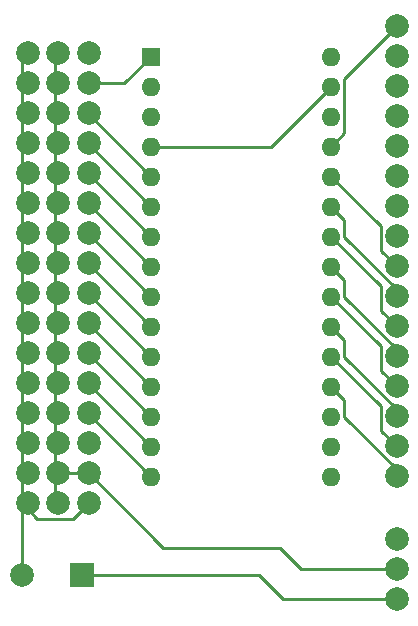
<source format=gbr>
%TF.GenerationSoftware,KiCad,Pcbnew,9.0.6*%
%TF.CreationDate,2025-12-02T10:32:04+01:00*%
%TF.ProjectId,NANO_Shield,4e414e4f-5f53-4686-9965-6c642e6b6963,rev?*%
%TF.SameCoordinates,Original*%
%TF.FileFunction,Copper,L1,Top*%
%TF.FilePolarity,Positive*%
%FSLAX46Y46*%
G04 Gerber Fmt 4.6, Leading zero omitted, Abs format (unit mm)*
G04 Created by KiCad (PCBNEW 9.0.6) date 2025-12-02 10:32:04*
%MOMM*%
%LPD*%
G01*
G04 APERTURE LIST*
%TA.AperFunction,ComponentPad*%
%ADD10R,1.600000X1.600000*%
%TD*%
%TA.AperFunction,ComponentPad*%
%ADD11O,1.600000X1.600000*%
%TD*%
%TA.AperFunction,ComponentPad*%
%ADD12C,2.000000*%
%TD*%
%TA.AperFunction,ComponentPad*%
%ADD13R,2.000000X2.000000*%
%TD*%
%TA.AperFunction,Conductor*%
%ADD14C,0.250000*%
%TD*%
G04 APERTURE END LIST*
D10*
%TO.P,A1,1*%
%TO.N,Net-(A1-Pad1)*%
X121951001Y-312695001D03*
D11*
%TO.P,A1,17*%
%TO.N,Net-(A1-Pad17)*%
X137191001Y-345715001D03*
%TO.P,A1,2*%
%TO.N,Net-(A1-Pad2)*%
X121951001Y-315235001D03*
%TO.P,A1,18*%
%TO.N,Net-(A1-Pad18)*%
X137191001Y-343175001D03*
%TO.P,A1,3*%
%TO.N,Net-(A1-Pad28)*%
X121951001Y-317775001D03*
%TO.P,A1,19*%
%TO.N,Net-(A1-Pad19)*%
X137191001Y-340635001D03*
%TO.P,A1,4*%
%TO.N,Net-(A1-Pad29)*%
X121951001Y-320315001D03*
%TO.P,A1,20*%
%TO.N,Net-(A1-Pad20)*%
X137191001Y-338095001D03*
%TO.P,A1,5*%
%TO.N,Net-(A1-Pad5)*%
X121951001Y-322855001D03*
%TO.P,A1,21*%
%TO.N,Net-(A1-Pad21)*%
X137191001Y-335555001D03*
%TO.P,A1,6*%
%TO.N,Net-(A1-Pad6)*%
X121951001Y-325395001D03*
%TO.P,A1,22*%
%TO.N,Net-(A1-Pad22)*%
X137191001Y-333015001D03*
%TO.P,A1,7*%
%TO.N,Net-(A1-Pad7)*%
X121951001Y-327935001D03*
%TO.P,A1,23*%
%TO.N,Net-(A1-Pad23)*%
X137191001Y-330475001D03*
%TO.P,A1,8*%
%TO.N,Net-(A1-Pad8)*%
X121951001Y-330475001D03*
%TO.P,A1,24*%
%TO.N,Net-(A1-Pad24)*%
X137191001Y-327935001D03*
%TO.P,A1,9*%
%TO.N,Net-(A1-Pad9)*%
X121951001Y-333015001D03*
%TO.P,A1,25*%
%TO.N,Net-(A1-Pad25)*%
X137191001Y-325395001D03*
%TO.P,A1,10*%
%TO.N,Net-(A1-Pad10)*%
X121951001Y-335555001D03*
%TO.P,A1,26*%
%TO.N,Net-(A1-Pad26)*%
X137191001Y-322855001D03*
%TO.P,A1,11*%
%TO.N,Net-(A1-Pad11)*%
X121951001Y-338095001D03*
%TO.P,A1,27*%
%TO.N,Net-(A1-Pad27)*%
X137191001Y-320315001D03*
%TO.P,A1,12*%
%TO.N,Net-(A1-Pad12)*%
X121951001Y-340635001D03*
%TO.P,A1,28*%
%TO.N,Net-(A1-Pad28)*%
X137191001Y-317775001D03*
%TO.P,A1,13*%
%TO.N,Net-(A1-Pad13)*%
X121951001Y-343175001D03*
%TO.P,A1,29*%
%TO.N,Net-(A1-Pad29)*%
X137191001Y-315235001D03*
%TO.P,A1,14*%
%TO.N,Net-(A1-Pad14)*%
X121951001Y-345715001D03*
%TO.P,A1,30*%
%TO.N,Net-(A1-Pad30)*%
X137191001Y-312695001D03*
%TO.P,A1,15*%
%TO.N,Net-(A1-Pad15)*%
X121951001Y-348255001D03*
%TO.P,A1,16*%
%TO.N,Net-(A1-Pad16)*%
X137191001Y-348255001D03*
%TD*%
D12*
%TO.P,J1,1*%
%TO.N,Net-(A1-Pad29)*%
X111506000Y-350520000D03*
%TO.P,J1,2*%
X111506000Y-347980000D03*
%TO.P,J1,3*%
X111506000Y-345440000D03*
%TO.P,J1,4*%
X111506000Y-342900000D03*
%TO.P,J1,5*%
X111506000Y-340360000D03*
%TO.P,J1,6*%
X111506000Y-337820000D03*
%TO.P,J1,7*%
X111506000Y-335280000D03*
%TO.P,J1,8*%
X111506000Y-332740000D03*
%TO.P,J1,9*%
X111506000Y-330200000D03*
%TO.P,J1,10*%
X111506000Y-327660000D03*
%TO.P,J1,11*%
X111506000Y-325120000D03*
%TO.P,J1,12*%
X111506000Y-322580000D03*
%TO.P,J1,13*%
X111506000Y-320040000D03*
%TO.P,J1,14*%
X111506000Y-317500000D03*
%TO.P,J1,15*%
X111506000Y-314960000D03*
%TO.P,J1,16*%
X111506000Y-312420000D03*
%TD*%
%TO.P,J2,16*%
%TO.N,Net-(A1-Pad27)*%
X114046000Y-350520000D03*
%TO.P,J2,15*%
X114046000Y-347980000D03*
%TO.P,J2,14*%
X114046000Y-345440000D03*
%TO.P,J2,13*%
X114046000Y-342900000D03*
%TO.P,J2,12*%
X114046000Y-340360000D03*
%TO.P,J2,11*%
X114046000Y-337820000D03*
%TO.P,J2,10*%
X114046000Y-335280000D03*
%TO.P,J2,9*%
X114046000Y-332740000D03*
%TO.P,J2,8*%
X114046000Y-330200000D03*
%TO.P,J2,7*%
X114046000Y-327660000D03*
%TO.P,J2,6*%
X114046000Y-325120000D03*
%TO.P,J2,5*%
X114046000Y-322580000D03*
%TO.P,J2,4*%
X114046000Y-320040000D03*
%TO.P,J2,3*%
X114046000Y-317500000D03*
%TO.P,J2,2*%
X114046000Y-314960000D03*
%TO.P,J2,1*%
X114046000Y-312420000D03*
%TD*%
%TO.P,J3,16*%
%TO.N,Net-(A1-Pad29)*%
X116650000Y-350530000D03*
%TO.P,J3,15*%
%TO.N,Net-(A1-Pad27)*%
X116650000Y-347990000D03*
%TO.P,J3,14*%
%TO.N,Net-(A1-Pad16)*%
X116650000Y-345450000D03*
%TO.P,J3,13*%
%TO.N,Net-(A1-Pad15)*%
X116650000Y-342910000D03*
%TO.P,J3,12*%
%TO.N,Net-(A1-Pad14)*%
X116650000Y-340370000D03*
%TO.P,J3,11*%
%TO.N,Net-(A1-Pad13)*%
X116650000Y-337830000D03*
%TO.P,J3,10*%
%TO.N,Net-(A1-Pad12)*%
X116650000Y-335290000D03*
%TO.P,J3,9*%
%TO.N,Net-(A1-Pad11)*%
X116650000Y-332750000D03*
%TO.P,J3,8*%
%TO.N,Net-(A1-Pad10)*%
X116650000Y-330210000D03*
%TO.P,J3,7*%
%TO.N,Net-(A1-Pad9)*%
X116650000Y-327670000D03*
%TO.P,J3,6*%
%TO.N,Net-(A1-Pad8)*%
X116650000Y-325130000D03*
%TO.P,J3,5*%
%TO.N,Net-(A1-Pad7)*%
X116650000Y-322590000D03*
%TO.P,J3,4*%
%TO.N,Net-(A1-Pad6)*%
X116650000Y-320050000D03*
%TO.P,J3,3*%
%TO.N,Net-(A1-Pad5)*%
X116650000Y-317510000D03*
%TO.P,J3,2*%
%TO.N,Net-(A1-Pad1)*%
X116650000Y-314970000D03*
%TO.P,J3,1*%
%TO.N,Net-(A1-Pad2)*%
X116650000Y-312430000D03*
%TD*%
%TO.P,J4,1*%
%TO.N,Net-(A1-Pad19)*%
X142748000Y-348234000D03*
%TO.P,J4,2*%
%TO.N,Net-(A1-Pad20)*%
X142748000Y-345694000D03*
%TO.P,J4,3*%
%TO.N,Net-(A1-Pad21)*%
X142748000Y-343154000D03*
%TO.P,J4,4*%
%TO.N,Net-(A1-Pad22)*%
X142748000Y-340614000D03*
%TO.P,J4,5*%
%TO.N,Net-(A1-Pad23)*%
X142748000Y-338074000D03*
%TO.P,J4,6*%
%TO.N,Net-(A1-Pad24)*%
X142748000Y-335534000D03*
%TO.P,J4,7*%
%TO.N,Net-(A1-Pad25)*%
X142748000Y-332994000D03*
%TO.P,J4,8*%
%TO.N,Net-(A1-Pad26)*%
X142748000Y-330454000D03*
%TO.P,J4,9*%
%TO.N,Net-(A1-Pad18)*%
X142748000Y-327914000D03*
%TO.P,J4,10*%
%TO.N,Net-(A1-Pad28)*%
X142748000Y-325374000D03*
%TO.P,J4,11*%
%TO.N,Net-(J4-Pad11)*%
X142748000Y-322834000D03*
%TO.P,J4,12*%
%TO.N,Net-(J4-Pad12)*%
X142748000Y-320294000D03*
%TO.P,J4,13*%
%TO.N,Net-(J4-Pad13)*%
X142748000Y-317754000D03*
%TO.P,J4,14*%
%TO.N,Net-(A1-Pad30)*%
X142748000Y-315214000D03*
%TO.P,J4,15*%
%TO.N,Net-(A1-Pad17)*%
X142748000Y-312674000D03*
%TO.P,J4,16*%
%TO.N,Net-(A1-Pad27)*%
X142748000Y-310134000D03*
%TD*%
%TO.P,S1,1*%
%TO.N,Net-(S1-Pad1)*%
X142748000Y-358648000D03*
%TO.P,S1,2*%
%TO.N,Net-(A1-Pad27)*%
X142748000Y-356108000D03*
%TO.P,S1,3*%
%TO.N,Net-(S1-Pad3)*%
X142748000Y-353568000D03*
%TD*%
%TO.P,GND,1*%
%TO.N,Net-(A1-Pad29)*%
X110998000Y-356616000D03*
D13*
%TO.P,GND,2*%
%TO.N,Net-(S1-Pad1)*%
X116078000Y-356616000D03*
%TD*%
D14*
%TO.N,Net-(A1-Pad1)*%
X119676002Y-314970000D02*
X121951001Y-312695001D01*
X116650000Y-314970000D02*
X119676002Y-314970000D01*
%TO.N,Net-(A1-Pad19)*%
X138316002Y-341760002D02*
X137191001Y-340635001D01*
X138316002Y-343223004D02*
X138316002Y-341760002D01*
X142748000Y-347655002D02*
X138316002Y-343223004D01*
X142748000Y-348234000D02*
X142748000Y-347655002D01*
%TO.N,Net-(A1-Pad29)*%
X110998000Y-356616000D02*
X110998000Y-350520000D01*
X110998000Y-347980000D02*
X110998000Y-350520000D01*
X112323001Y-351845001D02*
X115334999Y-351845001D01*
X115334999Y-351845001D02*
X116650000Y-350530000D01*
X110998000Y-350520000D02*
X112323001Y-351845001D01*
X110998000Y-312420000D02*
X110998000Y-314960000D01*
X110998000Y-317500000D02*
X110998000Y-314960000D01*
X110998000Y-317500000D02*
X110998000Y-320040000D01*
X110998000Y-320040000D02*
X110998000Y-322580000D01*
X110998000Y-322580000D02*
X110998000Y-325120000D01*
X110998000Y-347980000D02*
X110998000Y-345440000D01*
X110998000Y-345440000D02*
X110998000Y-342900000D01*
X110998000Y-342900000D02*
X110998000Y-340360000D01*
X110998000Y-340360000D02*
X110998000Y-337820000D01*
X110998000Y-337820000D02*
X110998000Y-335280000D01*
X110998000Y-335280000D02*
X110998000Y-332740000D01*
X110998000Y-332740000D02*
X110998000Y-330200000D01*
X110998000Y-330200000D02*
X110998000Y-327660000D01*
X110998000Y-327660000D02*
X110998000Y-325120000D01*
X132111001Y-320315001D02*
X137191001Y-315235001D01*
X121951001Y-320315001D02*
X132111001Y-320315001D01*
%TO.N,Net-(A1-Pad20)*%
X141422999Y-342326999D02*
X137191001Y-338095001D01*
X141422999Y-344368999D02*
X141422999Y-342326999D01*
X142748000Y-345694000D02*
X141422999Y-344368999D01*
%TO.N,Net-(A1-Pad5)*%
X116650000Y-317554000D02*
X116650000Y-317510000D01*
X121951001Y-322855001D02*
X116650000Y-317554000D01*
%TO.N,Net-(A1-Pad21)*%
X138316002Y-336680002D02*
X137191001Y-335555001D01*
X138316002Y-338143004D02*
X138316002Y-336680002D01*
X142748000Y-342575002D02*
X138316002Y-338143004D01*
X142748000Y-343154000D02*
X142748000Y-342575002D01*
%TO.N,Net-(A1-Pad6)*%
X116650000Y-320094000D02*
X116650000Y-320050000D01*
X121951001Y-325395001D02*
X116650000Y-320094000D01*
%TO.N,Net-(A1-Pad22)*%
X141422999Y-339288999D02*
X141422999Y-337246999D01*
X141422999Y-337246999D02*
X137191001Y-333015001D01*
X142748000Y-340614000D02*
X141422999Y-339288999D01*
%TO.N,Net-(A1-Pad7)*%
X116650000Y-322634000D02*
X116650000Y-322590000D01*
X121951001Y-327935001D02*
X116650000Y-322634000D01*
%TO.N,Net-(A1-Pad23)*%
X138316002Y-333063004D02*
X138316002Y-331600002D01*
X138316002Y-331600002D02*
X137191001Y-330475001D01*
X142748000Y-337495002D02*
X138316002Y-333063004D01*
X142748000Y-338074000D02*
X142748000Y-337495002D01*
%TO.N,Net-(A1-Pad8)*%
X116650000Y-325174000D02*
X116650000Y-325130000D01*
X121951001Y-330475001D02*
X116650000Y-325174000D01*
%TO.N,Net-(A1-Pad24)*%
X141422999Y-332166999D02*
X137191001Y-327935001D01*
X141422999Y-334208999D02*
X141422999Y-332166999D01*
X142748000Y-335534000D02*
X141422999Y-334208999D01*
%TO.N,Net-(A1-Pad9)*%
X116650000Y-327714000D02*
X116650000Y-327670000D01*
X121951001Y-333015001D02*
X116650000Y-327714000D01*
%TO.N,Net-(A1-Pad25)*%
X138316002Y-326520002D02*
X137191001Y-325395001D01*
X142748000Y-332415002D02*
X138316002Y-327983004D01*
X138316002Y-327983004D02*
X138316002Y-326520002D01*
X142748000Y-332994000D02*
X142748000Y-332415002D01*
%TO.N,Net-(A1-Pad10)*%
X116650000Y-330254000D02*
X116650000Y-330210000D01*
X121951001Y-335555001D02*
X116650000Y-330254000D01*
%TO.N,Net-(A1-Pad26)*%
X141422999Y-327086999D02*
X137191001Y-322855001D01*
X141422999Y-329128999D02*
X141422999Y-327086999D01*
X142748000Y-330454000D02*
X141422999Y-329128999D01*
%TO.N,Net-(A1-Pad11)*%
X116650000Y-332794000D02*
X116650000Y-332750000D01*
X121951001Y-338095001D02*
X116650000Y-332794000D01*
%TO.N,Net-(A1-Pad27)*%
X113792000Y-350520000D02*
X113792000Y-347980000D01*
X113792000Y-347980000D02*
X113792000Y-345440000D01*
X113792000Y-345440000D02*
X113792000Y-342900000D01*
X113792000Y-342900000D02*
X113792000Y-340360000D01*
X113792000Y-340360000D02*
X113792000Y-337820000D01*
X113792000Y-337820000D02*
X113792000Y-335280000D01*
X113792000Y-335280000D02*
X113792000Y-332740000D01*
X113792000Y-332740000D02*
X113792000Y-330200000D01*
X113792000Y-330200000D02*
X113792000Y-327660000D01*
X113792000Y-327660000D02*
X113792000Y-325120000D01*
X113792000Y-325120000D02*
X113792000Y-322580000D01*
X113792000Y-322580000D02*
X113792000Y-320040000D01*
X113792000Y-320040000D02*
X113792000Y-317500000D01*
X113792000Y-317500000D02*
X113792000Y-314960000D01*
X113792000Y-314960000D02*
X113792000Y-312420000D01*
X116640000Y-347980000D02*
X116650000Y-347990000D01*
X113792000Y-347980000D02*
X116640000Y-347980000D01*
X142748000Y-356108000D02*
X134620000Y-356108000D01*
X134620000Y-356108000D02*
X132842000Y-354330000D01*
X122990000Y-354330000D02*
X116650000Y-347990000D01*
X132842000Y-354330000D02*
X122990000Y-354330000D01*
X138316002Y-319190000D02*
X137191001Y-320315001D01*
X138316002Y-314565998D02*
X138316002Y-319190000D01*
X142748000Y-310134000D02*
X138316002Y-314565998D01*
%TO.N,Net-(A1-Pad12)*%
X116650000Y-335334000D02*
X116650000Y-335290000D01*
X121951001Y-340635001D02*
X116650000Y-335334000D01*
%TO.N,Net-(A1-Pad13)*%
X116650000Y-337874000D02*
X116650000Y-337830000D01*
X121951001Y-343175001D02*
X116650000Y-337874000D01*
%TO.N,Net-(A1-Pad14)*%
X116650000Y-340414000D02*
X116650000Y-340370000D01*
X121951001Y-345715001D02*
X116650000Y-340414000D01*
%TO.N,Net-(A1-Pad15)*%
X116650000Y-342954000D02*
X116650000Y-342910000D01*
X121951001Y-348255001D02*
X116650000Y-342954000D01*
%TO.N,Net-(S1-Pad1)*%
X116078000Y-356616000D02*
X131064000Y-356616000D01*
X133096000Y-358648000D02*
X142748000Y-358648000D01*
X131064000Y-356616000D02*
X133096000Y-358648000D01*
%TD*%
M02*

</source>
